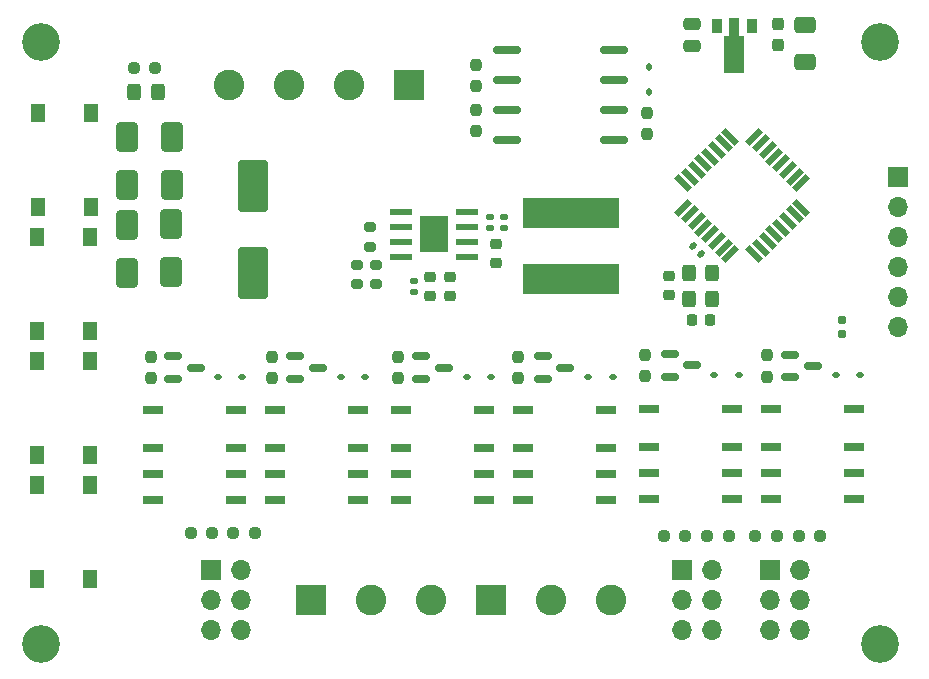
<source format=gbr>
%TF.GenerationSoftware,KiCad,Pcbnew,7.0.7*%
%TF.CreationDate,2024-01-29T23:46:24+01:00*%
%TF.ProjectId,OS-servoDriver_relay,4f532d73-6572-4766-9f44-72697665725f,rev?*%
%TF.SameCoordinates,Original*%
%TF.FileFunction,Soldermask,Top*%
%TF.FilePolarity,Negative*%
%FSLAX46Y46*%
G04 Gerber Fmt 4.6, Leading zero omitted, Abs format (unit mm)*
G04 Created by KiCad (PCBNEW 7.0.7) date 2024-01-29 23:46:24*
%MOMM*%
%LPD*%
G01*
G04 APERTURE LIST*
G04 Aperture macros list*
%AMRoundRect*
0 Rectangle with rounded corners*
0 $1 Rounding radius*
0 $2 $3 $4 $5 $6 $7 $8 $9 X,Y pos of 4 corners*
0 Add a 4 corners polygon primitive as box body*
4,1,4,$2,$3,$4,$5,$6,$7,$8,$9,$2,$3,0*
0 Add four circle primitives for the rounded corners*
1,1,$1+$1,$2,$3*
1,1,$1+$1,$4,$5*
1,1,$1+$1,$6,$7*
1,1,$1+$1,$8,$9*
0 Add four rect primitives between the rounded corners*
20,1,$1+$1,$2,$3,$4,$5,0*
20,1,$1+$1,$4,$5,$6,$7,0*
20,1,$1+$1,$6,$7,$8,$9,0*
20,1,$1+$1,$8,$9,$2,$3,0*%
%AMRotRect*
0 Rectangle, with rotation*
0 The origin of the aperture is its center*
0 $1 length*
0 $2 width*
0 $3 Rotation angle, in degrees counterclockwise*
0 Add horizontal line*
21,1,$1,$2,0,0,$3*%
%AMFreePoly0*
4,1,9,3.862500,-0.866500,0.737500,-0.866500,0.737500,-0.450000,-0.737500,-0.450000,-0.737500,0.450000,0.737500,0.450000,0.737500,0.866500,3.862500,0.866500,3.862500,-0.866500,3.862500,-0.866500,$1*%
G04 Aperture macros list end*
%ADD10R,2.600000X2.600000*%
%ADD11C,2.600000*%
%ADD12R,8.200000X2.600000*%
%ADD13RoundRect,0.237500X0.237500X-0.250000X0.237500X0.250000X-0.237500X0.250000X-0.237500X-0.250000X0*%
%ADD14RoundRect,0.112500X-0.187500X-0.112500X0.187500X-0.112500X0.187500X0.112500X-0.187500X0.112500X0*%
%ADD15RoundRect,0.225000X-0.250000X0.225000X-0.250000X-0.225000X0.250000X-0.225000X0.250000X0.225000X0*%
%ADD16RoundRect,0.140000X0.170000X-0.140000X0.170000X0.140000X-0.170000X0.140000X-0.170000X-0.140000X0*%
%ADD17RoundRect,0.250000X0.650000X-1.000000X0.650000X1.000000X-0.650000X1.000000X-0.650000X-1.000000X0*%
%ADD18RoundRect,0.112500X0.112500X-0.187500X0.112500X0.187500X-0.112500X0.187500X-0.112500X-0.187500X0*%
%ADD19RoundRect,0.225000X0.250000X-0.225000X0.250000X0.225000X-0.250000X0.225000X-0.250000X-0.225000X0*%
%ADD20R,1.800000X0.800000*%
%ADD21RoundRect,0.250000X-0.650000X1.000000X-0.650000X-1.000000X0.650000X-1.000000X0.650000X1.000000X0*%
%ADD22RoundRect,0.160000X0.160000X-0.197500X0.160000X0.197500X-0.160000X0.197500X-0.160000X-0.197500X0*%
%ADD23RoundRect,0.250000X-0.475000X0.250000X-0.475000X-0.250000X0.475000X-0.250000X0.475000X0.250000X0*%
%ADD24RoundRect,0.237500X0.250000X0.237500X-0.250000X0.237500X-0.250000X-0.237500X0.250000X-0.237500X0*%
%ADD25C,3.200000*%
%ADD26R,1.300000X1.550000*%
%ADD27R,1.910000X0.610000*%
%ADD28R,1.205000X1.550000*%
%ADD29RoundRect,0.250000X-1.000000X1.950000X-1.000000X-1.950000X1.000000X-1.950000X1.000000X1.950000X0*%
%ADD30RoundRect,0.150000X-0.587500X-0.150000X0.587500X-0.150000X0.587500X0.150000X-0.587500X0.150000X0*%
%ADD31RoundRect,0.200000X0.275000X-0.200000X0.275000X0.200000X-0.275000X0.200000X-0.275000X-0.200000X0*%
%ADD32R,1.700000X1.700000*%
%ADD33O,1.700000X1.700000*%
%ADD34RoundRect,0.250000X-0.650000X0.412500X-0.650000X-0.412500X0.650000X-0.412500X0.650000X0.412500X0*%
%ADD35RoundRect,0.162500X1.012500X0.162500X-1.012500X0.162500X-1.012500X-0.162500X1.012500X-0.162500X0*%
%ADD36RoundRect,0.237500X-0.237500X0.300000X-0.237500X-0.300000X0.237500X-0.300000X0.237500X0.300000X0*%
%ADD37RoundRect,0.300000X-0.300000X0.400000X-0.300000X-0.400000X0.300000X-0.400000X0.300000X0.400000X0*%
%ADD38R,0.900000X1.300000*%
%ADD39FreePoly0,270.000000*%
%ADD40RotRect,1.600000X0.550000X45.000000*%
%ADD41RotRect,1.600000X0.550000X135.000000*%
%ADD42RoundRect,0.225000X-0.225000X-0.250000X0.225000X-0.250000X0.225000X0.250000X-0.225000X0.250000X0*%
%ADD43RoundRect,0.200000X-0.275000X0.200000X-0.275000X-0.200000X0.275000X-0.200000X0.275000X0.200000X0*%
%ADD44RoundRect,0.237500X-0.250000X-0.237500X0.250000X-0.237500X0.250000X0.237500X-0.250000X0.237500X0*%
%ADD45RoundRect,0.250000X0.325000X0.450000X-0.325000X0.450000X-0.325000X-0.450000X0.325000X-0.450000X0*%
%ADD46RoundRect,0.140000X0.219203X0.021213X0.021213X0.219203X-0.219203X-0.021213X-0.021213X-0.219203X0*%
G04 APERTURE END LIST*
D10*
%TO.C,J104*%
X212598000Y-153289000D03*
D11*
X217678000Y-153289000D03*
X222758000Y-153289000D03*
%TD*%
D10*
%TO.C,J103*%
X197358000Y-153289000D03*
D11*
X202438000Y-153289000D03*
X207518000Y-153289000D03*
%TD*%
D12*
%TO.C,L901*%
X219329000Y-120517000D03*
X219329000Y-126117000D03*
%TD*%
D13*
%TO.C,R703*%
X183769000Y-134516500D03*
X183769000Y-132691500D03*
%TD*%
D14*
%TO.C,D801*%
X210532000Y-134366000D03*
X212632000Y-134366000D03*
%TD*%
D15*
%TO.C,C901*%
X213025500Y-123177000D03*
X213025500Y-124727000D03*
%TD*%
D16*
%TO.C,C906*%
X206040500Y-127224000D03*
X206040500Y-126264000D03*
%TD*%
D17*
%TO.C,D1101*%
X185547000Y-118108000D03*
X185547000Y-114108000D03*
%TD*%
D18*
%TO.C,D1001*%
X225937000Y-110293000D03*
X225937000Y-108193000D03*
%TD*%
D19*
%TO.C,C201*%
X227641990Y-127429583D03*
X227641990Y-125879583D03*
%TD*%
D20*
%TO.C,K802*%
X215323646Y-137200000D03*
X215323646Y-140400000D03*
X215323646Y-142600000D03*
X215323646Y-144800000D03*
X222323646Y-144800000D03*
X222323646Y-142600000D03*
X222323646Y-140400000D03*
X222323646Y-137200000D03*
%TD*%
%TO.C,K701*%
X184000000Y-137200000D03*
X184000000Y-140400000D03*
X184000000Y-142600000D03*
X184000000Y-144800000D03*
X191000000Y-144800000D03*
X191000000Y-142600000D03*
X191000000Y-140400000D03*
X191000000Y-137200000D03*
%TD*%
D21*
%TO.C,D1103*%
X185527000Y-121474000D03*
X185527000Y-125474000D03*
%TD*%
D16*
%TO.C,C902*%
X212517500Y-121793000D03*
X212517500Y-120833000D03*
%TD*%
D22*
%TO.C,R202*%
X242316000Y-130772500D03*
X242316000Y-129577500D03*
%TD*%
D23*
%TO.C,C301*%
X229616000Y-104486500D03*
X229616000Y-106386500D03*
%TD*%
D13*
%TO.C,R803*%
X204724000Y-134516500D03*
X204724000Y-132691500D03*
%TD*%
D24*
%TO.C,R201*%
X184181000Y-108245000D03*
X182356000Y-108245000D03*
%TD*%
D25*
%TO.C,REF\u002A\u002A*%
X245500000Y-106000000D03*
%TD*%
D26*
%TO.C,SW604*%
X174250000Y-119975000D03*
X174250000Y-112025000D03*
X178750000Y-119975000D03*
X178750000Y-112025000D03*
%TD*%
D27*
%TO.C,U901*%
X210566000Y-124206000D03*
X210566000Y-122936000D03*
X210566000Y-121666000D03*
X210566000Y-120396000D03*
X205006000Y-120396000D03*
X205006000Y-121666000D03*
X205006000Y-122936000D03*
X205006000Y-124206000D03*
D28*
X208388500Y-123076000D03*
X208388500Y-121526000D03*
X207183500Y-123076000D03*
X207183500Y-121526000D03*
%TD*%
D20*
%TO.C,K901*%
X225973646Y-137099000D03*
X225973646Y-140299000D03*
X225973646Y-142499000D03*
X225973646Y-144699000D03*
X232973646Y-144699000D03*
X232973646Y-142499000D03*
X232973646Y-140299000D03*
X232973646Y-137099000D03*
%TD*%
D29*
%TO.C,C1101*%
X192405000Y-118203000D03*
X192405000Y-125603000D03*
%TD*%
D26*
%TO.C,SW601*%
X174153000Y-151475000D03*
X174153000Y-143525000D03*
X178653000Y-151475000D03*
X178653000Y-143525000D03*
%TD*%
D30*
%TO.C,Q802*%
X216994500Y-132654000D03*
X216994500Y-134554000D03*
X218869500Y-133604000D03*
%TD*%
D31*
%TO.C,R901*%
X201214500Y-126555000D03*
X201214500Y-124905000D03*
%TD*%
D19*
%TO.C,C905*%
X209088500Y-127521000D03*
X209088500Y-125971000D03*
%TD*%
D24*
%TO.C,R905*%
X240458000Y-147828000D03*
X238633000Y-147828000D03*
%TD*%
D13*
%TO.C,R704*%
X194056000Y-134516500D03*
X194056000Y-132691500D03*
%TD*%
D32*
%TO.C,J901*%
X236220000Y-150749000D03*
D33*
X238760000Y-150749000D03*
X236220000Y-153289000D03*
X238760000Y-153289000D03*
X236220000Y-155829000D03*
X238760000Y-155829000D03*
%TD*%
D13*
%TO.C,R907*%
X235966000Y-134389500D03*
X235966000Y-132564500D03*
%TD*%
D34*
%TO.C,C303*%
X239141000Y-104609500D03*
X239141000Y-107734500D03*
%TD*%
D32*
%TO.C,J701*%
X188849000Y-150749000D03*
D33*
X191389000Y-150749000D03*
X188849000Y-153289000D03*
X191389000Y-153289000D03*
X188849000Y-155829000D03*
X191389000Y-155829000D03*
%TD*%
D30*
%TO.C,Q901*%
X227711000Y-132466000D03*
X227711000Y-134366000D03*
X229586000Y-133416000D03*
%TD*%
D14*
%TO.C,D701*%
X189450000Y-134366000D03*
X191550000Y-134366000D03*
%TD*%
D35*
%TO.C,U1001*%
X223012000Y-114300000D03*
X223012000Y-111760000D03*
X223012000Y-109220000D03*
X223012000Y-106680000D03*
X213962000Y-106680000D03*
X213962000Y-109220000D03*
X213962000Y-111760000D03*
X213962000Y-114300000D03*
%TD*%
D31*
%TO.C,R902*%
X202357500Y-123380000D03*
X202357500Y-121730000D03*
%TD*%
D25*
%TO.C,REF\u002A\u002A*%
X174500000Y-157000000D03*
%TD*%
D32*
%TO.C,J201*%
X247015000Y-117475000D03*
D33*
X247015000Y-120015000D03*
X247015000Y-122555000D03*
X247015000Y-125095000D03*
X247015000Y-127635000D03*
X247015000Y-130175000D03*
%TD*%
D36*
%TO.C,C302*%
X236855000Y-104547500D03*
X236855000Y-106272500D03*
%TD*%
D24*
%TO.C,R802*%
X232711000Y-147828000D03*
X230886000Y-147828000D03*
%TD*%
D14*
%TO.C,D702*%
X199864000Y-134366000D03*
X201964000Y-134366000D03*
%TD*%
D13*
%TO.C,R1001*%
X225810000Y-113838500D03*
X225810000Y-112013500D03*
%TD*%
D20*
%TO.C,K702*%
X194350000Y-137200000D03*
X194350000Y-140400000D03*
X194350000Y-142600000D03*
X194350000Y-144800000D03*
X201350000Y-144800000D03*
X201350000Y-142600000D03*
X201350000Y-140400000D03*
X201350000Y-137200000D03*
%TD*%
D24*
%TO.C,R702*%
X192579000Y-147574000D03*
X190754000Y-147574000D03*
%TD*%
D13*
%TO.C,R906*%
X225600500Y-134328500D03*
X225600500Y-132503500D03*
%TD*%
D37*
%TO.C,Y201*%
X229392990Y-125597583D03*
X229392990Y-127797583D03*
X231292990Y-127797583D03*
X231292990Y-125597583D03*
%TD*%
D20*
%TO.C,K902*%
X236323646Y-137099000D03*
X236323646Y-140299000D03*
X236323646Y-142499000D03*
X236323646Y-144699000D03*
X243323646Y-144699000D03*
X243323646Y-142499000D03*
X243323646Y-140299000D03*
X243323646Y-137099000D03*
%TD*%
D30*
%TO.C,Q702*%
X196039500Y-132654000D03*
X196039500Y-134554000D03*
X197914500Y-133604000D03*
%TD*%
D26*
%TO.C,SW602*%
X174153000Y-140975000D03*
X174153000Y-133025000D03*
X178653000Y-140975000D03*
X178653000Y-133025000D03*
%TD*%
D16*
%TO.C,C903*%
X213660500Y-121793000D03*
X213660500Y-120833000D03*
%TD*%
D14*
%TO.C,D802*%
X220819000Y-134366000D03*
X222919000Y-134366000D03*
%TD*%
D38*
%TO.C,U301*%
X234696000Y-104648000D03*
D39*
X233196000Y-104735500D03*
D38*
X231696000Y-104648000D03*
%TD*%
D21*
%TO.C,D1102*%
X181737000Y-114110000D03*
X181737000Y-118110000D03*
%TD*%
D40*
%TO.C,U202*%
X228888887Y-120049888D03*
X229454573Y-120615573D03*
X230020258Y-121181259D03*
X230585943Y-121746944D03*
X231151629Y-122312630D03*
X231717314Y-122878315D03*
X232283000Y-123444000D03*
X232848685Y-124009686D03*
D41*
X234899295Y-124009686D03*
X235464980Y-123444000D03*
X236030666Y-122878315D03*
X236596351Y-122312630D03*
X237162037Y-121746944D03*
X237727722Y-121181259D03*
X238293407Y-120615573D03*
X238859093Y-120049888D03*
D40*
X238859093Y-117999278D03*
X238293407Y-117433593D03*
X237727722Y-116867907D03*
X237162037Y-116302222D03*
X236596351Y-115736536D03*
X236030666Y-115170851D03*
X235464980Y-114605166D03*
X234899295Y-114039480D03*
D41*
X232848685Y-114039480D03*
X232283000Y-114605166D03*
X231717314Y-115170851D03*
X231151629Y-115736536D03*
X230585943Y-116302222D03*
X230020258Y-116867907D03*
X229454573Y-117433593D03*
X228888887Y-117999278D03*
%TD*%
D30*
%TO.C,Q701*%
X185704000Y-132654000D03*
X185704000Y-134554000D03*
X187579000Y-133604000D03*
%TD*%
D42*
%TO.C,C203*%
X229628990Y-129575583D03*
X231178990Y-129575583D03*
%TD*%
D32*
%TO.C,J801*%
X228727000Y-150749000D03*
D33*
X231267000Y-150749000D03*
X228727000Y-153289000D03*
X231267000Y-153289000D03*
X228727000Y-155829000D03*
X231267000Y-155829000D03*
%TD*%
D17*
%TO.C,D1104*%
X181737000Y-125569000D03*
X181737000Y-121569000D03*
%TD*%
D10*
%TO.C,J101*%
X205620000Y-109695000D03*
D11*
X200540000Y-109695000D03*
X195460000Y-109695000D03*
X190380000Y-109695000D03*
%TD*%
D43*
%TO.C,R903*%
X202865500Y-124905000D03*
X202865500Y-126555000D03*
%TD*%
D30*
%TO.C,Q902*%
X237949500Y-132527000D03*
X237949500Y-134427000D03*
X239824500Y-133477000D03*
%TD*%
D44*
%TO.C,R904*%
X234950000Y-147828000D03*
X236775000Y-147828000D03*
%TD*%
D25*
%TO.C,REF\u002A\u002A*%
X245500000Y-157000000D03*
%TD*%
D45*
%TO.C,D201*%
X184404000Y-110236000D03*
X182354000Y-110236000D03*
%TD*%
D44*
%TO.C,R701*%
X187174500Y-147574000D03*
X188999500Y-147574000D03*
%TD*%
D13*
%TO.C,R1003*%
X211332000Y-109774500D03*
X211332000Y-107949500D03*
%TD*%
%TO.C,R1002*%
X211332000Y-113584500D03*
X211332000Y-111759500D03*
%TD*%
%TO.C,R804*%
X214884000Y-134516500D03*
X214884000Y-132691500D03*
%TD*%
D46*
%TO.C,C202*%
X230403990Y-123987583D03*
X229725168Y-123308761D03*
%TD*%
D14*
%TO.C,D901*%
X231487000Y-134239000D03*
X233587000Y-134239000D03*
%TD*%
D44*
%TO.C,R801*%
X227226500Y-147828000D03*
X229051500Y-147828000D03*
%TD*%
D19*
%TO.C,C904*%
X207422500Y-127521000D03*
X207422500Y-125971000D03*
%TD*%
D30*
%TO.C,Q801*%
X206707500Y-132654000D03*
X206707500Y-134554000D03*
X208582500Y-133604000D03*
%TD*%
D20*
%TO.C,K801*%
X204973646Y-137200000D03*
X204973646Y-140400000D03*
X204973646Y-142600000D03*
X204973646Y-144800000D03*
X211973646Y-144800000D03*
X211973646Y-142600000D03*
X211973646Y-140400000D03*
X211973646Y-137200000D03*
%TD*%
D26*
%TO.C,SW603*%
X174153000Y-130475000D03*
X174153000Y-122525000D03*
X178653000Y-130475000D03*
X178653000Y-122525000D03*
%TD*%
D25*
%TO.C,REF\u002A\u002A*%
X174500000Y-106000000D03*
%TD*%
D14*
%TO.C,D902*%
X241774000Y-134239000D03*
X243874000Y-134239000D03*
%TD*%
M02*

</source>
